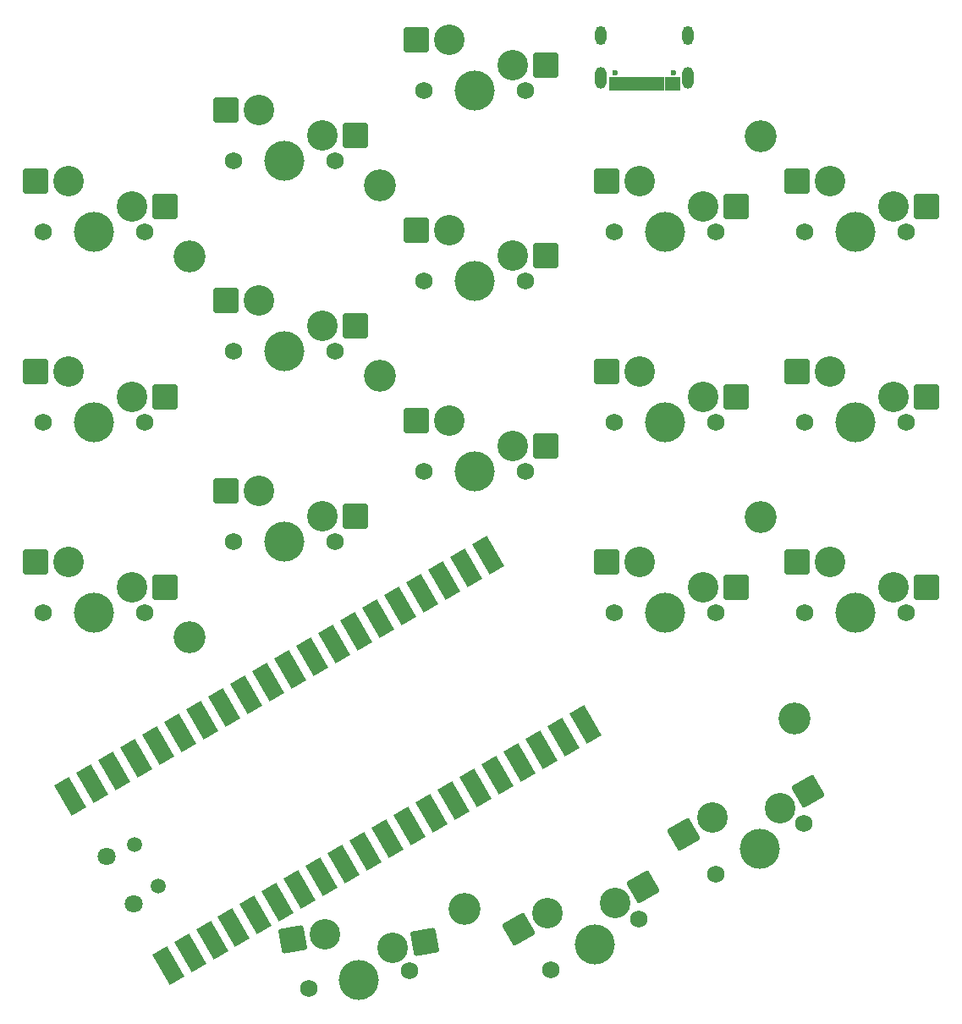
<source format=gbr>
%TF.GenerationSoftware,KiCad,Pcbnew,7.0.9-7.0.9~ubuntu22.04.1*%
%TF.CreationDate,2023-11-28T14:58:53+03:00*%
%TF.ProjectId,Keeb,4b656562-2e6b-4696-9361-645f70636258,rev?*%
%TF.SameCoordinates,Original*%
%TF.FileFunction,Soldermask,Top*%
%TF.FilePolarity,Negative*%
%FSLAX46Y46*%
G04 Gerber Fmt 4.6, Leading zero omitted, Abs format (unit mm)*
G04 Created by KiCad (PCBNEW 7.0.9-7.0.9~ubuntu22.04.1) date 2023-11-28 14:58:53*
%MOMM*%
%LPD*%
G01*
G04 APERTURE LIST*
G04 Aperture macros list*
%AMRoundRect*
0 Rectangle with rounded corners*
0 $1 Rounding radius*
0 $2 $3 $4 $5 $6 $7 $8 $9 X,Y pos of 4 corners*
0 Add a 4 corners polygon primitive as box body*
4,1,4,$2,$3,$4,$5,$6,$7,$8,$9,$2,$3,0*
0 Add four circle primitives for the rounded corners*
1,1,$1+$1,$2,$3*
1,1,$1+$1,$4,$5*
1,1,$1+$1,$6,$7*
1,1,$1+$1,$8,$9*
0 Add four rect primitives between the rounded corners*
20,1,$1+$1,$2,$3,$4,$5,0*
20,1,$1+$1,$4,$5,$6,$7,0*
20,1,$1+$1,$6,$7,$8,$9,0*
20,1,$1+$1,$8,$9,$2,$3,0*%
%AMHorizOval*
0 Thick line with rounded ends*
0 $1 width*
0 $2 $3 position (X,Y) of the first rounded end (center of the circle)*
0 $4 $5 position (X,Y) of the second rounded end (center of the circle)*
0 Add line between two ends*
20,1,$1,$2,$3,$4,$5,0*
0 Add two circle primitives to create the rounded ends*
1,1,$1,$2,$3*
1,1,$1,$4,$5*%
%AMRotRect*
0 Rectangle, with rotation*
0 The origin of the aperture is its center*
0 $1 length*
0 $2 width*
0 $3 Rotation angle, in degrees counterclockwise*
0 Add horizontal line*
21,1,$1,$2,0,0,$3*%
G04 Aperture macros list end*
%ADD10C,0.010000*%
%ADD11C,3.200000*%
%ADD12HorizOval,1.800000X0.000000X0.000000X0.000000X0.000000X0*%
%ADD13HorizOval,1.500000X0.000000X0.000000X0.000000X0.000000X0*%
%ADD14RotRect,3.500000X1.700000X120.000000*%
%ADD15C,0.600000*%
%ADD16O,1.104000X2.204000*%
%ADD17O,1.104000X1.904000*%
%ADD18C,1.750000*%
%ADD19C,3.050000*%
%ADD20C,4.000000*%
%ADD21RoundRect,0.250000X1.025000X1.000000X-1.025000X1.000000X-1.025000X-1.000000X1.025000X-1.000000X0*%
%ADD22RoundRect,0.250000X0.387676X1.378525X-1.387676X0.353525X-0.387676X-1.378525X1.387676X-0.353525X0*%
%ADD23RoundRect,0.250000X0.835780X1.162797X-1.183076X0.806818X-0.835780X-1.162797X1.183076X-0.806818X0*%
G04 APERTURE END LIST*
%TO.C,J1*%
D10*
X170215000Y-41410000D02*
X169515000Y-41410000D01*
X169515000Y-40170000D01*
X170215000Y-40170000D01*
X170215000Y-41410000D01*
G36*
X170215000Y-41410000D02*
G01*
X169515000Y-41410000D01*
X169515000Y-40170000D01*
X170215000Y-40170000D01*
X170215000Y-41410000D01*
G37*
X169415000Y-41410000D02*
X168715000Y-41410000D01*
X168715000Y-40170000D01*
X169415000Y-40170000D01*
X169415000Y-41410000D01*
G36*
X169415000Y-41410000D02*
G01*
X168715000Y-41410000D01*
X168715000Y-40170000D01*
X169415000Y-40170000D01*
X169415000Y-41410000D01*
G37*
X168615000Y-41410000D02*
X168215000Y-41410000D01*
X168215000Y-40170000D01*
X168615000Y-40170000D01*
X168615000Y-41410000D01*
G36*
X168615000Y-41410000D02*
G01*
X168215000Y-41410000D01*
X168215000Y-40170000D01*
X168615000Y-40170000D01*
X168615000Y-41410000D01*
G37*
X168115000Y-41410000D02*
X167715000Y-41410000D01*
X167715000Y-40170000D01*
X168115000Y-40170000D01*
X168115000Y-41410000D01*
G36*
X168115000Y-41410000D02*
G01*
X167715000Y-41410000D01*
X167715000Y-40170000D01*
X168115000Y-40170000D01*
X168115000Y-41410000D01*
G37*
X167615000Y-41410000D02*
X167215000Y-41410000D01*
X167215000Y-40170000D01*
X167615000Y-40170000D01*
X167615000Y-41410000D01*
G36*
X167615000Y-41410000D02*
G01*
X167215000Y-41410000D01*
X167215000Y-40170000D01*
X167615000Y-40170000D01*
X167615000Y-41410000D01*
G37*
X167115000Y-41410000D02*
X166715000Y-41410000D01*
X166715000Y-40170000D01*
X167115000Y-40170000D01*
X167115000Y-41410000D01*
G36*
X167115000Y-41410000D02*
G01*
X166715000Y-41410000D01*
X166715000Y-40170000D01*
X167115000Y-40170000D01*
X167115000Y-41410000D01*
G37*
X166615000Y-41410000D02*
X166215000Y-41410000D01*
X166215000Y-40170000D01*
X166615000Y-40170000D01*
X166615000Y-41410000D01*
G36*
X166615000Y-41410000D02*
G01*
X166215000Y-41410000D01*
X166215000Y-40170000D01*
X166615000Y-40170000D01*
X166615000Y-41410000D01*
G37*
X166115000Y-41410000D02*
X165715000Y-41410000D01*
X165715000Y-40170000D01*
X166115000Y-40170000D01*
X166115000Y-41410000D01*
G36*
X166115000Y-41410000D02*
G01*
X165715000Y-41410000D01*
X165715000Y-40170000D01*
X166115000Y-40170000D01*
X166115000Y-41410000D01*
G37*
X165615000Y-41410000D02*
X165215000Y-41410000D01*
X165215000Y-40170000D01*
X165615000Y-40170000D01*
X165615000Y-41410000D01*
G36*
X165615000Y-41410000D02*
G01*
X165215000Y-41410000D01*
X165215000Y-40170000D01*
X165615000Y-40170000D01*
X165615000Y-41410000D01*
G37*
X165115000Y-41410000D02*
X164715000Y-41410000D01*
X164715000Y-40170000D01*
X165115000Y-40170000D01*
X165115000Y-41410000D01*
G36*
X165115000Y-41410000D02*
G01*
X164715000Y-41410000D01*
X164715000Y-40170000D01*
X165115000Y-40170000D01*
X165115000Y-41410000D01*
G37*
X164615000Y-41410000D02*
X163915000Y-41410000D01*
X163915000Y-40170000D01*
X164615000Y-40170000D01*
X164615000Y-41410000D01*
G36*
X164615000Y-41410000D02*
G01*
X163915000Y-41410000D01*
X163915000Y-40170000D01*
X164615000Y-40170000D01*
X164615000Y-41410000D01*
G37*
X163815000Y-41410000D02*
X163115000Y-41410000D01*
X163115000Y-40170000D01*
X163815000Y-40170000D01*
X163815000Y-41410000D01*
G36*
X163815000Y-41410000D02*
G01*
X163115000Y-41410000D01*
X163115000Y-40170000D01*
X163815000Y-40170000D01*
X163815000Y-41410000D01*
G37*
%TD*%
D11*
%TO.C,H5*%
X181701819Y-104371119D03*
%TD*%
%TO.C,H7*%
X178280000Y-84192944D03*
%TD*%
%TO.C,H2*%
X140180000Y-70092944D03*
%TD*%
%TO.C,H8*%
X121130000Y-96192944D03*
%TD*%
%TO.C,H4*%
X121130000Y-58092944D03*
%TD*%
%TO.C,H1*%
X178280000Y-46092944D03*
%TD*%
%TO.C,H3*%
X140180000Y-51042944D03*
%TD*%
%TO.C,H9*%
X148706251Y-123421119D03*
%TD*%
D12*
%TO.C,U1*%
X115585943Y-122894807D03*
D13*
X118060000Y-121120000D03*
X115635000Y-116919776D03*
D12*
X112860943Y-118174969D03*
D14*
X119005860Y-129078277D03*
X121205565Y-127808277D03*
X123405269Y-126538277D03*
X125604974Y-125268277D03*
X127804678Y-123998277D03*
X130004383Y-122728277D03*
X132204087Y-121458277D03*
X134403792Y-120188277D03*
X136603496Y-118918277D03*
X138803201Y-117648277D03*
X141002905Y-116378277D03*
X143202610Y-115108277D03*
X145402314Y-113838277D03*
X147602019Y-112568277D03*
X149801723Y-111298277D03*
X152001428Y-110028277D03*
X154201132Y-108758277D03*
X156400837Y-107488277D03*
X158600541Y-106218277D03*
X160800246Y-104948277D03*
X151010246Y-87991499D03*
X148810541Y-89261499D03*
X146610837Y-90531499D03*
X144411132Y-91801499D03*
X142211428Y-93071499D03*
X140011723Y-94341499D03*
X137812019Y-95611499D03*
X135612314Y-96881499D03*
X133412610Y-98151499D03*
X131212905Y-99421499D03*
X129013201Y-100691499D03*
X126813496Y-101961499D03*
X124613792Y-103231499D03*
X122414087Y-104501499D03*
X120214383Y-105771499D03*
X118014678Y-107041499D03*
X115814974Y-108311499D03*
X113615269Y-109581499D03*
X111415565Y-110851499D03*
X109215860Y-112121499D03*
%TD*%
D15*
%TO.C,J1*%
X169555000Y-39720000D03*
X163775000Y-39720000D03*
D16*
X170990000Y-40210000D03*
X162340000Y-40210000D03*
D17*
X170990000Y-36040000D03*
X162340000Y-36040000D03*
%TD*%
D18*
%TO.C,SW3*%
X116685000Y-55617944D03*
D19*
X115415000Y-53077944D03*
D20*
X111605000Y-55617944D03*
D19*
X109065000Y-50537944D03*
D18*
X106525000Y-55617944D03*
D21*
X118690000Y-53077944D03*
X105763000Y-50537944D03*
%TD*%
D18*
%TO.C,SW4*%
X116685000Y-74667944D03*
D19*
X115415000Y-72127944D03*
D20*
X111605000Y-74667944D03*
D19*
X109065000Y-69587944D03*
D18*
X106525000Y-74667944D03*
D21*
X118690000Y-72127944D03*
X105763000Y-69587944D03*
%TD*%
D18*
%TO.C,SW5*%
X116685000Y-93717944D03*
D19*
X115415000Y-91177944D03*
D20*
X111605000Y-93717944D03*
D19*
X109065000Y-88637944D03*
D18*
X106525000Y-93717944D03*
D21*
X118690000Y-91177944D03*
X105763000Y-88637944D03*
%TD*%
D18*
%TO.C,SW6*%
X135735000Y-48567944D03*
D19*
X134465000Y-46027944D03*
D20*
X130655000Y-48567944D03*
D19*
X128115000Y-43487944D03*
D18*
X125575000Y-48567944D03*
D21*
X137740000Y-46027944D03*
X124813000Y-43487944D03*
%TD*%
D18*
%TO.C,SW7*%
X135735000Y-67617944D03*
D19*
X134465000Y-65077944D03*
D20*
X130655000Y-67617944D03*
D19*
X128115000Y-62537944D03*
D18*
X125575000Y-67617944D03*
D21*
X137740000Y-65077944D03*
X124813000Y-62537944D03*
%TD*%
D18*
%TO.C,SW8*%
X135735000Y-86667944D03*
D19*
X134465000Y-84127944D03*
D20*
X130655000Y-86667944D03*
D19*
X128115000Y-81587944D03*
D18*
X125575000Y-86667944D03*
D21*
X137740000Y-84127944D03*
X124813000Y-81587944D03*
%TD*%
D18*
%TO.C,SW9*%
X154785000Y-41517944D03*
D19*
X153515000Y-38977944D03*
D20*
X149705000Y-41517944D03*
D19*
X147165000Y-36437944D03*
D18*
X144625000Y-41517944D03*
D21*
X156790000Y-38977944D03*
X143863000Y-36437944D03*
%TD*%
D18*
%TO.C,SW10*%
X154785000Y-60567944D03*
D19*
X153515000Y-58027944D03*
D20*
X149705000Y-60567944D03*
D19*
X147165000Y-55487944D03*
D18*
X144625000Y-60567944D03*
D21*
X156790000Y-58027944D03*
X143863000Y-55487944D03*
%TD*%
D18*
%TO.C,SW11*%
X154785000Y-79617944D03*
D19*
X153515000Y-77077944D03*
D20*
X149705000Y-79617944D03*
D19*
X147165000Y-74537944D03*
D18*
X144625000Y-79617944D03*
D21*
X156790000Y-77077944D03*
X143863000Y-74537944D03*
%TD*%
D18*
%TO.C,SW13*%
X173835000Y-55617944D03*
D19*
X172565000Y-53077944D03*
D20*
X168755000Y-55617944D03*
D19*
X166215000Y-50537944D03*
D18*
X163675000Y-55617944D03*
D21*
X175840000Y-53077944D03*
X162913000Y-50537944D03*
%TD*%
D18*
%TO.C,SW14*%
X173835000Y-74667944D03*
D19*
X172565000Y-72127944D03*
D20*
X168755000Y-74667944D03*
D19*
X166215000Y-69587944D03*
D18*
X163675000Y-74667944D03*
D21*
X175840000Y-72127944D03*
X162913000Y-69587944D03*
%TD*%
D18*
%TO.C,SW15*%
X173835000Y-93717944D03*
D19*
X172565000Y-91177944D03*
D20*
X168755000Y-93717944D03*
D19*
X166215000Y-88637944D03*
D18*
X163675000Y-93717944D03*
D21*
X175840000Y-91177944D03*
X162913000Y-88637944D03*
%TD*%
D18*
%TO.C,SW16*%
X166117052Y-124367511D03*
D19*
X163747200Y-122802806D03*
D20*
X161717643Y-126907511D03*
D19*
X156977938Y-123778102D03*
D18*
X157318234Y-129447511D03*
D22*
X166583433Y-121165306D03*
X154118323Y-125429102D03*
%TD*%
D18*
%TO.C,SW17*%
X192885000Y-55617944D03*
D19*
X191615000Y-53077944D03*
D20*
X187805000Y-55617944D03*
D19*
X185265000Y-50537944D03*
D18*
X182725000Y-55617944D03*
D21*
X194890000Y-53077944D03*
X181963000Y-50537944D03*
%TD*%
D18*
%TO.C,SW18*%
X192885000Y-74667944D03*
D19*
X191615000Y-72127944D03*
D20*
X187805000Y-74667944D03*
D19*
X185265000Y-69587944D03*
D18*
X182725000Y-74667944D03*
D21*
X194890000Y-72127944D03*
X181963000Y-69587944D03*
%TD*%
D18*
%TO.C,SW19*%
X192885000Y-93717944D03*
D19*
X191615000Y-91177944D03*
D20*
X187805000Y-93717944D03*
D19*
X185265000Y-88637944D03*
D18*
X182725000Y-93717944D03*
D21*
X194890000Y-91177944D03*
X181963000Y-88637944D03*
%TD*%
D18*
%TO.C,SW20*%
X182614836Y-114842511D03*
D19*
X180244984Y-113277806D03*
D20*
X178215427Y-117382511D03*
D19*
X173475722Y-114253102D03*
D18*
X173816018Y-119922511D03*
D22*
X183081217Y-111640306D03*
X170616107Y-115904102D03*
%TD*%
D18*
%TO.C,SW1*%
X143135646Y-129585734D03*
D19*
X141443874Y-127304856D03*
D20*
X138132823Y-130467867D03*
D19*
X134749279Y-125906110D03*
D18*
X133130000Y-131350000D03*
D23*
X144669120Y-126736158D03*
X131497443Y-126479496D03*
%TD*%
M02*

</source>
